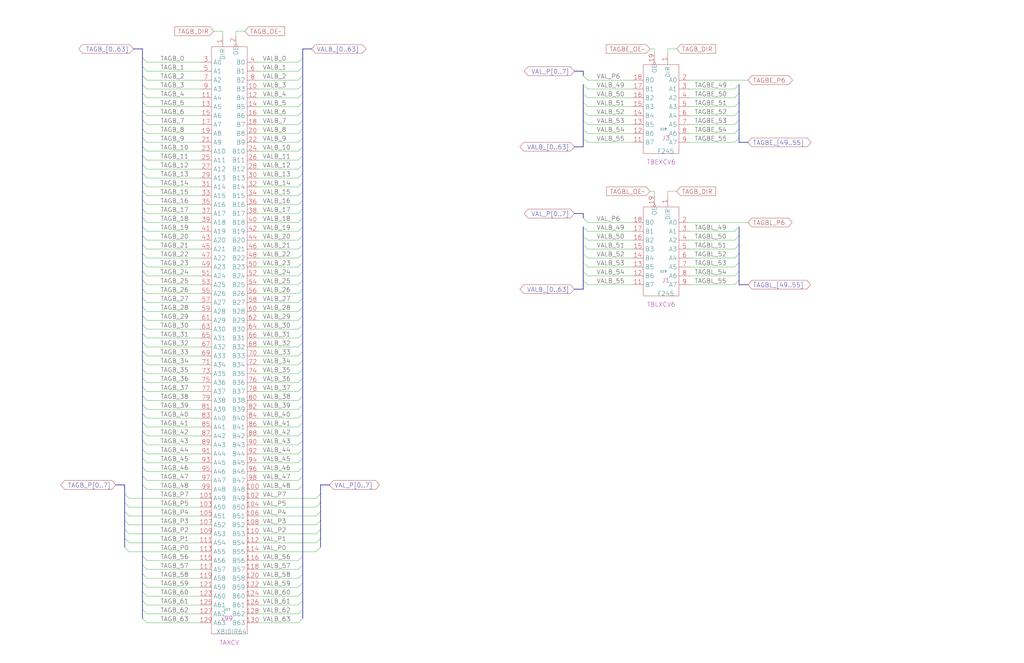
<source format=kicad_sch>
(kicad_sch (version 20230121) (generator eeschema)
  (paper "User" 584.2 378.46)
  (title_block (title "TAG B RAMS\\nTRANSCEIVERS") (date "08-MAR-90") (rev "0.0") (comment 1 "MEM32 BOARD") (comment 2 "232-003066") (comment 3 "S400") (comment 4 "RELEASED"))
  (bus_entry (at 172.72 256.54) (size -2.54 2.54))
  (bus_entry (at 332.74 78.74) (size 2.54 2.54))
  (bus_entry (at 182.88 302.26) (size -2.54 2.54))
  (bus_entry (at 81.28 83.82) (size 2.54 2.54))
  (bus_entry (at 81.28 149.86) (size 2.54 2.54))
  (bus_entry (at 332.74 43.18) (size 2.54 2.54))
  (bus_entry (at 421.64 134.62) (size -2.54 2.54))
  (bus_entry (at 81.28 236.22) (size 2.54 2.54))
  (bus_entry (at 81.28 160.02) (size 2.54 2.54))
  (bus_entry (at 172.72 226.06) (size -2.54 2.54))
  (bus_entry (at 172.72 231.14) (size -2.54 2.54))
  (bus_entry (at 172.72 154.94) (size -2.54 2.54))
  (bus_entry (at 172.72 251.46) (size -2.54 2.54))
  (bus_entry (at 421.64 53.34) (size -2.54 2.54))
  (bus_entry (at 172.72 104.14) (size -2.54 2.54))
  (bus_entry (at 421.64 73.66) (size -2.54 2.54))
  (bus_entry (at 81.28 226.06) (size 2.54 2.54))
  (bus_entry (at 81.28 261.62) (size 2.54 2.54))
  (bus_entry (at 172.72 266.7) (size -2.54 2.54))
  (bus_entry (at 81.28 104.14) (size 2.54 2.54))
  (bus_entry (at 332.74 129.54) (size 2.54 2.54))
  (bus_entry (at 172.72 271.78) (size -2.54 2.54))
  (bus_entry (at 172.72 261.62) (size -2.54 2.54))
  (bus_entry (at 172.72 327.66) (size -2.54 2.54))
  (bus_entry (at 172.72 220.98) (size -2.54 2.54))
  (bus_entry (at 172.72 170.18) (size -2.54 2.54))
  (bus_entry (at 172.72 33.02) (size -2.54 2.54))
  (bus_entry (at 172.72 114.3) (size -2.54 2.54))
  (bus_entry (at 172.72 119.38) (size -2.54 2.54))
  (bus_entry (at 81.28 185.42) (size 2.54 2.54))
  (bus_entry (at 182.88 292.1) (size -2.54 2.54))
  (bus_entry (at 172.72 332.74) (size -2.54 2.54))
  (bus_entry (at 172.72 78.74) (size -2.54 2.54))
  (bus_entry (at 81.28 215.9) (size 2.54 2.54))
  (bus_entry (at 81.28 251.46) (size 2.54 2.54))
  (bus_entry (at 71.12 312.42) (size 2.54 2.54))
  (bus_entry (at 182.88 297.18) (size -2.54 2.54))
  (bus_entry (at 81.28 246.38) (size 2.54 2.54))
  (bus_entry (at 172.72 149.86) (size -2.54 2.54))
  (bus_entry (at 71.12 297.18) (size 2.54 2.54))
  (bus_entry (at 172.72 58.42) (size -2.54 2.54))
  (bus_entry (at 81.28 134.62) (size 2.54 2.54))
  (bus_entry (at 81.28 353.06) (size 2.54 2.54))
  (bus_entry (at 172.72 337.82) (size -2.54 2.54))
  (bus_entry (at 182.88 312.42) (size -2.54 2.54))
  (bus_entry (at 172.72 53.34) (size -2.54 2.54))
  (bus_entry (at 172.72 144.78) (size -2.54 2.54))
  (bus_entry (at 81.28 119.38) (size 2.54 2.54))
  (bus_entry (at 81.28 347.98) (size 2.54 2.54))
  (bus_entry (at 421.64 154.94) (size -2.54 2.54))
  (bus_entry (at 332.74 63.5) (size 2.54 2.54))
  (bus_entry (at 81.28 276.86) (size 2.54 2.54))
  (bus_entry (at 81.28 129.54) (size 2.54 2.54))
  (bus_entry (at 81.28 124.46) (size 2.54 2.54))
  (bus_entry (at 81.28 144.78) (size 2.54 2.54))
  (bus_entry (at 81.28 337.82) (size 2.54 2.54))
  (bus_entry (at 332.74 149.86) (size 2.54 2.54))
  (bus_entry (at 172.72 276.86) (size -2.54 2.54))
  (bus_entry (at 332.74 144.78) (size 2.54 2.54))
  (bus_entry (at 81.28 114.3) (size 2.54 2.54))
  (bus_entry (at 172.72 68.58) (size -2.54 2.54))
  (bus_entry (at 172.72 139.7) (size -2.54 2.54))
  (bus_entry (at 71.12 292.1) (size 2.54 2.54))
  (bus_entry (at 172.72 134.62) (size -2.54 2.54))
  (bus_entry (at 172.72 342.9) (size -2.54 2.54))
  (bus_entry (at 172.72 190.5) (size -2.54 2.54))
  (bus_entry (at 81.28 271.78) (size 2.54 2.54))
  (bus_entry (at 71.12 287.02) (size 2.54 2.54))
  (bus_entry (at 81.28 175.26) (size 2.54 2.54))
  (bus_entry (at 172.72 185.42) (size -2.54 2.54))
  (bus_entry (at 332.74 58.42) (size 2.54 2.54))
  (bus_entry (at 421.64 78.74) (size -2.54 2.54))
  (bus_entry (at 81.28 200.66) (size 2.54 2.54))
  (bus_entry (at 182.88 281.94) (size -2.54 2.54))
  (bus_entry (at 421.64 160.02) (size -2.54 2.54))
  (bus_entry (at 172.72 246.38) (size -2.54 2.54))
  (bus_entry (at 421.64 139.7) (size -2.54 2.54))
  (bus_entry (at 81.28 322.58) (size 2.54 2.54))
  (bus_entry (at 172.72 160.02) (size -2.54 2.54))
  (bus_entry (at 81.28 38.1) (size 2.54 2.54))
  (bus_entry (at 182.88 287.02) (size -2.54 2.54))
  (bus_entry (at 71.12 281.94) (size 2.54 2.54))
  (bus_entry (at 421.64 58.42) (size -2.54 2.54))
  (bus_entry (at 421.64 48.26) (size -2.54 2.54))
  (bus_entry (at 81.28 220.98) (size 2.54 2.54))
  (bus_entry (at 172.72 63.5) (size -2.54 2.54))
  (bus_entry (at 81.28 93.98) (size 2.54 2.54))
  (bus_entry (at 81.28 205.74) (size 2.54 2.54))
  (bus_entry (at 81.28 109.22) (size 2.54 2.54))
  (bus_entry (at 81.28 68.58) (size 2.54 2.54))
  (bus_entry (at 172.72 205.74) (size -2.54 2.54))
  (bus_entry (at 81.28 327.66) (size 2.54 2.54))
  (bus_entry (at 172.72 124.46) (size -2.54 2.54))
  (bus_entry (at 81.28 43.18) (size 2.54 2.54))
  (bus_entry (at 81.28 190.5) (size 2.54 2.54))
  (bus_entry (at 81.28 99.06) (size 2.54 2.54))
  (bus_entry (at 81.28 342.9) (size 2.54 2.54))
  (bus_entry (at 172.72 99.06) (size -2.54 2.54))
  (bus_entry (at 172.72 210.82) (size -2.54 2.54))
  (bus_entry (at 172.72 175.26) (size -2.54 2.54))
  (bus_entry (at 172.72 165.1) (size -2.54 2.54))
  (bus_entry (at 81.28 180.34) (size 2.54 2.54))
  (bus_entry (at 71.12 302.26) (size 2.54 2.54))
  (bus_entry (at 172.72 241.3) (size -2.54 2.54))
  (bus_entry (at 81.28 165.1) (size 2.54 2.54))
  (bus_entry (at 421.64 149.86) (size -2.54 2.54))
  (bus_entry (at 81.28 241.3) (size 2.54 2.54))
  (bus_entry (at 81.28 231.14) (size 2.54 2.54))
  (bus_entry (at 421.64 144.78) (size -2.54 2.54))
  (bus_entry (at 81.28 73.66) (size 2.54 2.54))
  (bus_entry (at 421.64 129.54) (size -2.54 2.54))
  (bus_entry (at 332.74 160.02) (size 2.54 2.54))
  (bus_entry (at 172.72 180.34) (size -2.54 2.54))
  (bus_entry (at 172.72 215.9) (size -2.54 2.54))
  (bus_entry (at 81.28 195.58) (size 2.54 2.54))
  (bus_entry (at 81.28 332.74) (size 2.54 2.54))
  (bus_entry (at 81.28 154.94) (size 2.54 2.54))
  (bus_entry (at 81.28 88.9) (size 2.54 2.54))
  (bus_entry (at 81.28 266.7) (size 2.54 2.54))
  (bus_entry (at 81.28 58.42) (size 2.54 2.54))
  (bus_entry (at 332.74 73.66) (size 2.54 2.54))
  (bus_entry (at 172.72 353.06) (size -2.54 2.54))
  (bus_entry (at 81.28 139.7) (size 2.54 2.54))
  (bus_entry (at 172.72 322.58) (size -2.54 2.54))
  (bus_entry (at 81.28 53.34) (size 2.54 2.54))
  (bus_entry (at 421.64 63.5) (size -2.54 2.54))
  (bus_entry (at 172.72 317.5) (size -2.54 2.54))
  (bus_entry (at 81.28 170.18) (size 2.54 2.54))
  (bus_entry (at 172.72 347.98) (size -2.54 2.54))
  (bus_entry (at 332.74 154.94) (size 2.54 2.54))
  (bus_entry (at 172.72 43.18) (size -2.54 2.54))
  (bus_entry (at 172.72 83.82) (size -2.54 2.54))
  (bus_entry (at 81.28 63.5) (size 2.54 2.54))
  (bus_entry (at 172.72 48.26) (size -2.54 2.54))
  (bus_entry (at 81.28 48.26) (size 2.54 2.54))
  (bus_entry (at 172.72 88.9) (size -2.54 2.54))
  (bus_entry (at 81.28 33.02) (size 2.54 2.54))
  (bus_entry (at 332.74 139.7) (size 2.54 2.54))
  (bus_entry (at 332.74 48.26) (size 2.54 2.54))
  (bus_entry (at 172.72 129.54) (size -2.54 2.54))
  (bus_entry (at 172.72 73.66) (size -2.54 2.54))
  (bus_entry (at 81.28 78.74) (size 2.54 2.54))
  (bus_entry (at 172.72 38.1) (size -2.54 2.54))
  (bus_entry (at 332.74 68.58) (size 2.54 2.54))
  (bus_entry (at 172.72 200.66) (size -2.54 2.54))
  (bus_entry (at 332.74 124.46) (size 2.54 2.54))
  (bus_entry (at 182.88 307.34) (size -2.54 2.54))
  (bus_entry (at 81.28 210.82) (size 2.54 2.54))
  (bus_entry (at 71.12 307.34) (size 2.54 2.54))
  (bus_entry (at 172.72 93.98) (size -2.54 2.54))
  (bus_entry (at 332.74 53.34) (size 2.54 2.54))
  (bus_entry (at 81.28 317.5) (size 2.54 2.54))
  (bus_entry (at 172.72 109.22) (size -2.54 2.54))
  (bus_entry (at 332.74 134.62) (size 2.54 2.54))
  (bus_entry (at 81.28 256.54) (size 2.54 2.54))
  (bus_entry (at 172.72 195.58) (size -2.54 2.54))
  (bus_entry (at 172.72 236.22) (size -2.54 2.54))
  (bus_entry (at 421.64 68.58) (size -2.54 2.54))
  (wire (pts (xy 147.32 233.68) (xy 170.18 233.68)))
  (wire (pts (xy 147.32 182.88) (xy 170.18 182.88)))
  (wire (pts (xy 147.32 279.4) (xy 170.18 279.4)))
  (bus (pts (xy 332.74 139.7) (xy 332.74 144.78)))
  (bus (pts (xy 172.72 170.18) (xy 172.72 175.26)))
  (bus (pts (xy 172.72 139.7) (xy 172.72 144.78)))
  (wire (pts (xy 83.82 40.64) (xy 114.3 40.64)))
  (wire (pts (xy 83.82 162.56) (xy 114.3 162.56)))
  (bus (pts (xy 172.72 114.3) (xy 172.72 119.38)))
  (bus (pts (xy 172.72 73.66) (xy 172.72 78.74)))
  (bus (pts (xy 172.72 261.62) (xy 172.72 266.7)))
  (wire (pts (xy 393.7 147.32) (xy 419.1 147.32)))
  (wire (pts (xy 147.32 142.24) (xy 170.18 142.24)))
  (bus (pts (xy 71.12 287.02) (xy 71.12 281.94)))
  (bus (pts (xy 332.74 78.74) (xy 332.74 83.82)))
  (wire (pts (xy 335.28 76.2) (xy 360.68 76.2)))
  (wire (pts (xy 373.38 27.94) (xy 373.38 30.48)))
  (bus (pts (xy 172.72 33.02) (xy 172.72 38.1)))
  (wire (pts (xy 381 27.94) (xy 386.08 27.94)))
  (wire (pts (xy 147.32 35.56) (xy 170.18 35.56)))
  (wire (pts (xy 147.32 269.24) (xy 170.18 269.24)))
  (bus (pts (xy 332.74 129.54) (xy 332.74 134.62)))
  (bus (pts (xy 172.72 43.18) (xy 172.72 48.26)))
  (bus (pts (xy 71.12 281.94) (xy 71.12 276.86)))
  (wire (pts (xy 73.66 314.96) (xy 114.3 314.96)))
  (wire (pts (xy 147.32 106.68) (xy 170.18 106.68)))
  (wire (pts (xy 147.32 55.88) (xy 170.18 55.88)))
  (wire (pts (xy 147.32 66.04) (xy 170.18 66.04)))
  (wire (pts (xy 147.32 157.48) (xy 170.18 157.48)))
  (wire (pts (xy 335.28 162.56) (xy 360.68 162.56)))
  (wire (pts (xy 147.32 127) (xy 170.18 127)))
  (bus (pts (xy 182.88 276.86) (xy 187.96 276.86)))
  (wire (pts (xy 393.7 152.4) (xy 419.1 152.4)))
  (bus (pts (xy 172.72 93.98) (xy 172.72 99.06)))
  (bus (pts (xy 172.72 129.54) (xy 172.72 134.62)))
  (bus (pts (xy 172.72 154.94) (xy 172.72 160.02)))
  (bus (pts (xy 172.72 104.14) (xy 172.72 109.22)))
  (wire (pts (xy 83.82 111.76) (xy 114.3 111.76)))
  (bus (pts (xy 182.88 297.18) (xy 182.88 292.1)))
  (wire (pts (xy 147.32 294.64) (xy 180.34 294.64)))
  (wire (pts (xy 147.32 320.04) (xy 170.18 320.04)))
  (bus (pts (xy 172.72 68.58) (xy 172.72 73.66)))
  (bus (pts (xy 172.72 165.1) (xy 172.72 170.18)))
  (wire (pts (xy 83.82 218.44) (xy 114.3 218.44)))
  (bus (pts (xy 332.74 40.64) (xy 327.66 40.64)))
  (bus (pts (xy 71.12 312.42) (xy 71.12 307.34)))
  (wire (pts (xy 83.82 55.88) (xy 114.3 55.88)))
  (bus (pts (xy 421.64 58.42) (xy 421.64 63.5)))
  (wire (pts (xy 393.7 127) (xy 426.72 127)))
  (wire (pts (xy 147.32 137.16) (xy 170.18 137.16)))
  (wire (pts (xy 147.32 45.72) (xy 170.18 45.72)))
  (wire (pts (xy 83.82 213.36) (xy 114.3 213.36)))
  (bus (pts (xy 81.28 215.9) (xy 81.28 210.82)))
  (bus (pts (xy 81.28 337.82) (xy 81.28 332.74)))
  (wire (pts (xy 83.82 248.92) (xy 114.3 248.92)))
  (bus (pts (xy 172.72 160.02) (xy 172.72 165.1)))
  (wire (pts (xy 335.28 60.96) (xy 360.68 60.96)))
  (bus (pts (xy 81.28 68.58) (xy 81.28 63.5)))
  (bus (pts (xy 172.72 347.98) (xy 172.72 353.06)))
  (wire (pts (xy 73.66 299.72) (xy 114.3 299.72)))
  (bus (pts (xy 332.74 165.1) (xy 332.74 160.02)))
  (bus (pts (xy 182.88 302.26) (xy 182.88 297.18)))
  (bus (pts (xy 81.28 58.42) (xy 81.28 53.34)))
  (wire (pts (xy 83.82 269.24) (xy 114.3 269.24)))
  (bus (pts (xy 81.28 220.98) (xy 81.28 215.9)))
  (wire (pts (xy 147.32 76.2) (xy 170.18 76.2)))
  (wire (pts (xy 83.82 157.48) (xy 114.3 157.48)))
  (wire (pts (xy 147.32 172.72) (xy 170.18 172.72)))
  (wire (pts (xy 147.32 167.64) (xy 170.18 167.64)))
  (wire (pts (xy 370.84 109.22) (xy 373.38 109.22)))
  (wire (pts (xy 147.32 162.56) (xy 170.18 162.56)))
  (bus (pts (xy 81.28 261.62) (xy 81.28 256.54)))
  (bus (pts (xy 172.72 185.42) (xy 172.72 190.5)))
  (bus (pts (xy 172.72 27.94) (xy 177.8 27.94)))
  (wire (pts (xy 83.82 96.52) (xy 114.3 96.52)))
  (wire (pts (xy 335.28 50.8) (xy 360.68 50.8)))
  (bus (pts (xy 332.74 58.42) (xy 332.74 63.5)))
  (wire (pts (xy 147.32 96.52) (xy 170.18 96.52)))
  (bus (pts (xy 421.64 149.86) (xy 421.64 154.94)))
  (bus (pts (xy 421.64 129.54) (xy 421.64 134.62)))
  (bus (pts (xy 81.28 185.42) (xy 81.28 180.34)))
  (bus (pts (xy 81.28 83.82) (xy 81.28 78.74)))
  (wire (pts (xy 147.32 228.6) (xy 170.18 228.6)))
  (bus (pts (xy 172.72 256.54) (xy 172.72 261.62)))
  (bus (pts (xy 81.28 327.66) (xy 81.28 322.58)))
  (bus (pts (xy 81.28 251.46) (xy 81.28 246.38)))
  (bus (pts (xy 332.74 144.78) (xy 332.74 149.86)))
  (bus (pts (xy 421.64 68.58) (xy 421.64 73.66)))
  (wire (pts (xy 147.32 121.92) (xy 170.18 121.92)))
  (wire (pts (xy 83.82 167.64) (xy 114.3 167.64)))
  (bus (pts (xy 172.72 58.42) (xy 172.72 63.5)))
  (wire (pts (xy 335.28 142.24) (xy 360.68 142.24)))
  (bus (pts (xy 172.72 88.9) (xy 172.72 93.98)))
  (bus (pts (xy 71.12 307.34) (xy 71.12 302.26)))
  (wire (pts (xy 83.82 50.8) (xy 114.3 50.8)))
  (bus (pts (xy 172.72 78.74) (xy 172.72 83.82)))
  (wire (pts (xy 373.38 109.22) (xy 373.38 111.76)))
  (bus (pts (xy 421.64 134.62) (xy 421.64 139.7)))
  (bus (pts (xy 81.28 124.46) (xy 81.28 119.38)))
  (bus (pts (xy 182.88 281.94) (xy 182.88 276.86)))
  (bus (pts (xy 81.28 48.26) (xy 81.28 43.18)))
  (wire (pts (xy 147.32 50.8) (xy 170.18 50.8)))
  (wire (pts (xy 83.82 233.68) (xy 114.3 233.68)))
  (wire (pts (xy 73.66 289.56) (xy 114.3 289.56)))
  (wire (pts (xy 83.82 335.28) (xy 114.3 335.28)))
  (bus (pts (xy 81.28 114.3) (xy 81.28 109.22)))
  (wire (pts (xy 393.7 66.04) (xy 419.1 66.04)))
  (bus (pts (xy 172.72 332.74) (xy 172.72 337.82)))
  (bus (pts (xy 182.88 292.1) (xy 182.88 287.02)))
  (bus (pts (xy 81.28 139.7) (xy 81.28 134.62)))
  (wire (pts (xy 83.82 279.4) (xy 114.3 279.4)))
  (wire (pts (xy 83.82 127) (xy 114.3 127)))
  (bus (pts (xy 172.72 327.66) (xy 172.72 332.74)))
  (bus (pts (xy 81.28 99.06) (xy 81.28 93.98)))
  (wire (pts (xy 83.82 106.68) (xy 114.3 106.68)))
  (wire (pts (xy 147.32 177.8) (xy 170.18 177.8)))
  (wire (pts (xy 83.82 198.12) (xy 114.3 198.12)))
  (bus (pts (xy 332.74 43.18) (xy 332.74 40.64)))
  (wire (pts (xy 83.82 203.2) (xy 114.3 203.2)))
  (wire (pts (xy 83.82 228.6) (xy 114.3 228.6)))
  (wire (pts (xy 147.32 330.2) (xy 170.18 330.2)))
  (wire (pts (xy 127 17.78) (xy 127 20.32)))
  (bus (pts (xy 81.28 342.9) (xy 81.28 337.82)))
  (wire (pts (xy 147.32 203.2) (xy 170.18 203.2)))
  (bus (pts (xy 421.64 48.26) (xy 421.64 53.34)))
  (bus (pts (xy 421.64 160.02) (xy 421.64 162.56)))
  (wire (pts (xy 147.32 86.36) (xy 170.18 86.36)))
  (wire (pts (xy 83.82 91.44) (xy 114.3 91.44)))
  (bus (pts (xy 81.28 93.98) (xy 81.28 88.9)))
  (bus (pts (xy 81.28 129.54) (xy 81.28 124.46)))
  (bus (pts (xy 332.74 48.26) (xy 332.74 53.34)))
  (wire (pts (xy 335.28 152.4) (xy 360.68 152.4)))
  (wire (pts (xy 83.82 60.96) (xy 114.3 60.96)))
  (wire (pts (xy 393.7 50.8) (xy 419.1 50.8)))
  (wire (pts (xy 139.7 17.78) (xy 134.62 17.78)))
  (bus (pts (xy 332.74 121.92) (xy 327.66 121.92)))
  (wire (pts (xy 83.82 116.84) (xy 114.3 116.84)))
  (bus (pts (xy 172.72 266.7) (xy 172.72 271.78)))
  (wire (pts (xy 147.32 116.84) (xy 170.18 116.84)))
  (bus (pts (xy 81.28 205.74) (xy 81.28 200.66)))
  (bus (pts (xy 172.72 271.78) (xy 172.72 276.86)))
  (wire (pts (xy 381 109.22) (xy 381 111.76)))
  (bus (pts (xy 81.28 78.74) (xy 81.28 73.66)))
  (bus (pts (xy 172.72 276.86) (xy 172.72 317.5)))
  (wire (pts (xy 147.32 132.08) (xy 170.18 132.08)))
  (wire (pts (xy 73.66 304.8) (xy 114.3 304.8)))
  (bus (pts (xy 71.12 276.86) (xy 66.04 276.86)))
  (wire (pts (xy 147.32 350.52) (xy 170.18 350.52)))
  (wire (pts (xy 393.7 71.12) (xy 419.1 71.12)))
  (wire (pts (xy 147.32 314.96) (xy 180.34 314.96)))
  (wire (pts (xy 83.82 137.16) (xy 114.3 137.16)))
  (wire (pts (xy 147.32 340.36) (xy 170.18 340.36)))
  (wire (pts (xy 370.84 27.94) (xy 373.38 27.94)))
  (bus (pts (xy 421.64 78.74) (xy 421.64 81.28)))
  (bus (pts (xy 172.72 38.1) (xy 172.72 43.18)))
  (bus (pts (xy 81.28 165.1) (xy 81.28 160.02)))
  (bus (pts (xy 172.72 149.86) (xy 172.72 154.94)))
  (bus (pts (xy 421.64 73.66) (xy 421.64 78.74)))
  (bus (pts (xy 332.74 73.66) (xy 332.74 78.74)))
  (bus (pts (xy 81.28 144.78) (xy 81.28 139.7)))
  (bus (pts (xy 81.28 317.5) (xy 81.28 276.86)))
  (bus (pts (xy 76.2 27.94) (xy 81.28 27.94)))
  (wire (pts (xy 393.7 162.56) (xy 419.1 162.56)))
  (wire (pts (xy 147.32 309.88) (xy 180.34 309.88)))
  (wire (pts (xy 393.7 81.28) (xy 419.1 81.28)))
  (bus (pts (xy 81.28 231.14) (xy 81.28 226.06)))
  (wire (pts (xy 83.82 142.24) (xy 114.3 142.24)))
  (wire (pts (xy 147.32 91.44) (xy 170.18 91.44)))
  (bus (pts (xy 81.28 200.66) (xy 81.28 195.58)))
  (wire (pts (xy 83.82 243.84) (xy 114.3 243.84)))
  (bus (pts (xy 332.74 124.46) (xy 332.74 121.92)))
  (bus (pts (xy 81.28 88.9) (xy 81.28 83.82)))
  (wire (pts (xy 83.82 264.16) (xy 114.3 264.16)))
  (wire (pts (xy 147.32 238.76) (xy 170.18 238.76)))
  (wire (pts (xy 147.32 243.84) (xy 170.18 243.84)))
  (bus (pts (xy 421.64 154.94) (xy 421.64 160.02)))
  (bus (pts (xy 182.88 287.02) (xy 182.88 281.94)))
  (wire (pts (xy 147.32 101.6) (xy 170.18 101.6)))
  (bus (pts (xy 172.72 322.58) (xy 172.72 327.66)))
  (bus (pts (xy 71.12 297.18) (xy 71.12 292.1)))
  (bus (pts (xy 172.72 53.34) (xy 172.72 58.42)))
  (wire (pts (xy 73.66 284.48) (xy 114.3 284.48)))
  (wire (pts (xy 83.82 76.2) (xy 114.3 76.2)))
  (bus (pts (xy 81.28 170.18) (xy 81.28 165.1)))
  (bus (pts (xy 172.72 205.74) (xy 172.72 210.82)))
  (bus (pts (xy 172.72 99.06) (xy 172.72 104.14)))
  (bus (pts (xy 172.72 48.26) (xy 172.72 53.34)))
  (bus (pts (xy 172.72 246.38) (xy 172.72 251.46)))
  (bus (pts (xy 81.28 63.5) (xy 81.28 58.42)))
  (bus (pts (xy 172.72 210.82) (xy 172.72 215.9)))
  (wire (pts (xy 147.32 147.32) (xy 170.18 147.32)))
  (wire (pts (xy 335.28 147.32) (xy 360.68 147.32)))
  (wire (pts (xy 147.32 304.8) (xy 180.34 304.8)))
  (wire (pts (xy 134.62 17.78) (xy 134.62 20.32)))
  (wire (pts (xy 147.32 264.16) (xy 170.18 264.16)))
  (wire (pts (xy 83.82 259.08) (xy 114.3 259.08)))
  (wire (pts (xy 147.32 299.72) (xy 180.34 299.72)))
  (wire (pts (xy 335.28 55.88) (xy 360.68 55.88)))
  (wire (pts (xy 147.32 259.08) (xy 170.18 259.08)))
  (wire (pts (xy 393.7 60.96) (xy 419.1 60.96)))
  (bus (pts (xy 81.28 154.94) (xy 81.28 149.86)))
  (bus (pts (xy 172.72 124.46) (xy 172.72 129.54)))
  (wire (pts (xy 83.82 101.6) (xy 114.3 101.6)))
  (bus (pts (xy 327.66 165.1) (xy 332.74 165.1)))
  (wire (pts (xy 393.7 157.48) (xy 419.1 157.48)))
  (wire (pts (xy 147.32 187.96) (xy 170.18 187.96)))
  (bus (pts (xy 172.72 231.14) (xy 172.72 236.22)))
  (bus (pts (xy 421.64 162.56) (xy 426.72 162.56)))
  (wire (pts (xy 83.82 187.96) (xy 114.3 187.96)))
  (bus (pts (xy 421.64 139.7) (xy 421.64 144.78)))
  (wire (pts (xy 83.82 350.52) (xy 114.3 350.52)))
  (bus (pts (xy 81.28 104.14) (xy 81.28 99.06)))
  (wire (pts (xy 83.82 345.44) (xy 114.3 345.44)))
  (bus (pts (xy 172.72 109.22) (xy 172.72 114.3)))
  (wire (pts (xy 83.82 340.36) (xy 114.3 340.36)))
  (wire (pts (xy 83.82 238.76) (xy 114.3 238.76)))
  (wire (pts (xy 335.28 137.16) (xy 360.68 137.16)))
  (wire (pts (xy 83.82 193.04) (xy 114.3 193.04)))
  (wire (pts (xy 83.82 172.72) (xy 114.3 172.72)))
  (bus (pts (xy 81.28 190.5) (xy 81.28 185.42)))
  (wire (pts (xy 83.82 320.04) (xy 114.3 320.04)))
  (bus (pts (xy 81.28 180.34) (xy 81.28 175.26)))
  (wire (pts (xy 83.82 254) (xy 114.3 254)))
  (bus (pts (xy 81.28 347.98) (xy 81.28 342.9)))
  (wire (pts (xy 393.7 142.24) (xy 419.1 142.24)))
  (wire (pts (xy 147.32 248.92) (xy 170.18 248.92)))
  (bus (pts (xy 71.12 292.1) (xy 71.12 287.02)))
  (wire (pts (xy 147.32 40.64) (xy 170.18 40.64)))
  (bus (pts (xy 172.72 215.9) (xy 172.72 220.98)))
  (wire (pts (xy 147.32 60.96) (xy 170.18 60.96)))
  (bus (pts (xy 421.64 53.34) (xy 421.64 58.42)))
  (wire (pts (xy 393.7 76.2) (xy 419.1 76.2)))
  (bus (pts (xy 81.28 276.86) (xy 81.28 271.78)))
  (wire (pts (xy 83.82 208.28) (xy 114.3 208.28)))
  (wire (pts (xy 335.28 71.12) (xy 360.68 71.12)))
  (bus (pts (xy 81.28 266.7) (xy 81.28 261.62)))
  (bus (pts (xy 172.72 342.9) (xy 172.72 347.98)))
  (wire (pts (xy 83.82 66.04) (xy 114.3 66.04)))
  (wire (pts (xy 335.28 157.48) (xy 360.68 157.48)))
  (bus (pts (xy 172.72 83.82) (xy 172.72 88.9)))
  (wire (pts (xy 83.82 81.28) (xy 114.3 81.28)))
  (wire (pts (xy 393.7 137.16) (xy 419.1 137.16)))
  (wire (pts (xy 147.32 198.12) (xy 170.18 198.12)))
  (bus (pts (xy 81.28 246.38) (xy 81.28 241.3)))
  (wire (pts (xy 73.66 294.64) (xy 114.3 294.64)))
  (wire (pts (xy 147.32 254) (xy 170.18 254)))
  (wire (pts (xy 83.82 147.32) (xy 114.3 147.32)))
  (bus (pts (xy 172.72 220.98) (xy 172.72 226.06)))
  (bus (pts (xy 172.72 251.46) (xy 172.72 256.54)))
  (wire (pts (xy 147.32 152.4) (xy 170.18 152.4)))
  (bus (pts (xy 332.74 68.58) (xy 332.74 73.66)))
  (wire (pts (xy 147.32 213.36) (xy 170.18 213.36)))
  (wire (pts (xy 335.28 81.28) (xy 360.68 81.28)))
  (wire (pts (xy 83.82 152.4) (xy 114.3 152.4)))
  (bus (pts (xy 81.28 119.38) (xy 81.28 114.3)))
  (bus (pts (xy 81.28 236.22) (xy 81.28 231.14)))
  (wire (pts (xy 83.82 325.12) (xy 114.3 325.12)))
  (wire (pts (xy 381 109.22) (xy 386.08 109.22)))
  (wire (pts (xy 393.7 45.72) (xy 426.72 45.72)))
  (bus (pts (xy 81.28 175.26) (xy 81.28 170.18)))
  (bus (pts (xy 172.72 226.06) (xy 172.72 231.14)))
  (bus (pts (xy 81.28 226.06) (xy 81.28 220.98)))
  (bus (pts (xy 81.28 149.86) (xy 81.28 144.78)))
  (bus (pts (xy 332.74 134.62) (xy 332.74 139.7)))
  (wire (pts (xy 147.32 345.44) (xy 170.18 345.44)))
  (wire (pts (xy 83.82 182.88) (xy 114.3 182.88)))
  (wire (pts (xy 335.28 132.08) (xy 360.68 132.08)))
  (bus (pts (xy 81.28 73.66) (xy 81.28 68.58)))
  (bus (pts (xy 172.72 134.62) (xy 172.72 139.7)))
  (bus (pts (xy 172.72 190.5) (xy 172.72 195.58)))
  (wire (pts (xy 147.32 71.12) (xy 170.18 71.12)))
  (wire (pts (xy 147.32 335.28) (xy 170.18 335.28)))
  (bus (pts (xy 81.28 43.18) (xy 81.28 38.1)))
  (wire (pts (xy 147.32 193.04) (xy 170.18 193.04)))
  (wire (pts (xy 83.82 355.6) (xy 114.3 355.6)))
  (bus (pts (xy 182.88 312.42) (xy 182.88 307.34)))
  (bus (pts (xy 421.64 144.78) (xy 421.64 149.86)))
  (wire (pts (xy 335.28 66.04) (xy 360.68 66.04)))
  (bus (pts (xy 71.12 302.26) (xy 71.12 297.18)))
  (wire (pts (xy 83.82 177.8) (xy 114.3 177.8)))
  (bus (pts (xy 81.28 332.74) (xy 81.28 327.66)))
  (bus (pts (xy 81.28 271.78) (xy 81.28 266.7)))
  (bus (pts (xy 182.88 307.34) (xy 182.88 302.26)))
  (wire (pts (xy 73.66 309.88) (xy 114.3 309.88)))
  (wire (pts (xy 147.32 325.12) (xy 170.18 325.12)))
  (bus (pts (xy 332.74 63.5) (xy 332.74 68.58)))
  (bus (pts (xy 172.72 241.3) (xy 172.72 246.38)))
  (bus (pts (xy 327.66 83.82) (xy 332.74 83.82)))
  (wire (pts (xy 335.28 127) (xy 360.68 127)))
  (bus (pts (xy 172.72 180.34) (xy 172.72 185.42)))
  (wire (pts (xy 83.82 35.56) (xy 114.3 35.56)))
  (wire (pts (xy 147.32 81.28) (xy 170.18 81.28)))
  (bus (pts (xy 421.64 81.28) (xy 426.72 81.28)))
  (bus (pts (xy 81.28 53.34) (xy 81.28 48.26)))
  (bus (pts (xy 81.28 134.62) (xy 81.28 129.54)))
  (bus (pts (xy 81.28 38.1) (xy 81.28 33.02)))
  (bus (pts (xy 81.28 210.82) (xy 81.28 205.74)))
  (bus (pts (xy 332.74 149.86) (xy 332.74 154.94)))
  (bus (pts (xy 172.72 63.5) (xy 172.72 68.58)))
  (bus (pts (xy 81.28 27.94) (xy 81.28 33.02)))
  (bus (pts (xy 172.72 236.22) (xy 172.72 241.3)))
  (wire (pts (xy 147.32 274.32) (xy 170.18 274.32)))
  (wire (pts (xy 147.32 208.28) (xy 170.18 208.28)))
  (wire (pts (xy 83.82 121.92) (xy 114.3 121.92)))
  (wire (pts (xy 83.82 86.36) (xy 114.3 86.36)))
  (wire (pts (xy 83.82 330.2) (xy 114.3 330.2)))
  (bus (pts (xy 332.74 53.34) (xy 332.74 58.42)))
  (wire (pts (xy 83.82 45.72) (xy 114.3 45.72)))
  (wire (pts (xy 83.82 132.08) (xy 114.3 132.08)))
  (wire (pts (xy 83.82 223.52) (xy 114.3 223.52)))
  (wire (pts (xy 335.28 45.72) (xy 360.68 45.72)))
  (bus (pts (xy 81.28 256.54) (xy 81.28 251.46)))
  (bus (pts (xy 81.28 195.58) (xy 81.28 190.5)))
  (wire (pts (xy 147.32 223.52) (xy 170.18 223.52)))
  (bus (pts (xy 172.72 175.26) (xy 172.72 180.34)))
  (wire (pts (xy 147.32 111.76) (xy 170.18 111.76)))
  (wire (pts (xy 381 27.94) (xy 381 30.48)))
  (wire (pts (xy 393.7 132.08) (xy 419.1 132.08)))
  (bus (pts (xy 81.28 160.02) (xy 81.28 154.94)))
  (bus (pts (xy 172.72 144.78) (xy 172.72 149.86)))
  (bus (pts (xy 172.72 119.38) (xy 172.72 124.46)))
  (bus (pts (xy 332.74 154.94) (xy 332.74 160.02)))
  (wire (pts (xy 147.32 355.6) (xy 170.18 355.6)))
  (wire (pts (xy 147.32 289.56) (xy 180.34 289.56)))
  (bus (pts (xy 172.72 337.82) (xy 172.72 342.9)))
  (bus (pts (xy 81.28 109.22) (xy 81.28 104.14)))
  (wire (pts (xy 147.32 284.48) (xy 180.34 284.48)))
  (wire (pts (xy 121.92 17.78) (xy 127 17.78)))
  (wire (pts (xy 147.32 218.44) (xy 170.18 218.44)))
  (bus (pts (xy 81.28 322.58) (xy 81.28 317.5)))
  (wire (pts (xy 393.7 55.88) (xy 419.1 55.88)))
  (bus (pts (xy 81.28 241.3) (xy 81.28 236.22)))
  (bus (pts (xy 172.72 200.66) (xy 172.72 205.74)))
  (bus (pts (xy 172.72 317.5) (xy 172.72 322.58)))
  (bus (pts (xy 421.64 63.5) (xy 421.64 68.58)))
  (bus (pts (xy 81.28 353.06) (xy 81.28 347.98)))
  (bus (pts (xy 172.72 27.94) (xy 172.72 33.02)))
  (wire (pts (xy 83.82 71.12) (xy 114.3 71.12)))
  (bus (pts (xy 172.72 195.58) (xy 172.72 200.66)))
  (wire (pts (xy 83.82 274.32) (xy 114.3 274.32)))
  (label "TAGBE_53" (at 396.24 71.12 0) (effects (font (size 2.54 2.54))))
  (label "VALB_18" (at 149.86 127 0) (effects (font (size 2.54 2.54))))
  (label "TAGB_9" (at 91.44 81.28 0) (effects (font (size 2.54 2.54))))
  (label "TAGB_P1" (at 91.44 309.88 0) (effects (font (size 2.54 2.54))))
  (label "VALB_63" (at 149.86 355.6 0) (effects (font (size 2.54 2.54))))
  (label "TAGB_P4" (at 91.44 294.64 0) (effects (font (size 2.54 2.54))))
  (label "TAGB_27" (at 91.44 172.72 0) (effects (font (size 2.54 2.54))))
  (label "VALB_37" (at 149.86 223.52 0) (effects (font (size 2.54 2.54))))
  (label "VALB_60" (at 149.86 340.36 0) (effects (font (size 2.54 2.54))))
  (label "VALB_26" (at 149.86 167.64 0) (effects (font (size 2.54 2.54))))
  (label "VALB_49" (at 340.36 50.8 0) (effects (font (size 2.54 2.54))))
  (label "VALB_54" (at 340.36 157.48 0) (effects (font (size 2.54 2.54))))
  (label "VALB_54" (at 340.36 76.2 0) (effects (font (size 2.54 2.54))))
  (label "TAGB_47" (at 91.44 274.32 0) (effects (font (size 2.54 2.54))))
  (label "VAL_P7" (at 149.86 284.48 0) (effects (font (size 2.54 2.54))))
  (label "VAL_P6" (at 340.36 45.72 0) (effects (font (size 2.54 2.54))))
  (label "TAGB_1" (at 91.44 40.64 0) (effects (font (size 2.54 2.54))))
  (label "VALB_36" (at 149.86 218.44 0) (effects (font (size 2.54 2.54))))
  (label "VALB_48" (at 149.86 279.4 0) (effects (font (size 2.54 2.54))))
  (label "VALB_25" (at 149.86 162.56 0) (effects (font (size 2.54 2.54))))
  (label "TAGB_15" (at 91.44 111.76 0) (effects (font (size 2.54 2.54))))
  (label "VALB_42" (at 149.86 248.92 0) (effects (font (size 2.54 2.54))))
  (label "VALB_51" (at 340.36 142.24 0) (effects (font (size 2.54 2.54))))
  (label "VALB_14" (at 149.86 106.68 0) (effects (font (size 2.54 2.54))))
  (label "TAGB_0" (at 91.44 35.56 0) (effects (font (size 2.54 2.54))))
  (label "TAGB_40" (at 91.44 238.76 0) (effects (font (size 2.54 2.54))))
  (label "VALB_50" (at 340.36 137.16 0) (effects (font (size 2.54 2.54))))
  (label "TAGBE_54" (at 396.24 76.2 0) (effects (font (size 2.54 2.54))))
  (label "VALB_62" (at 149.86 350.52 0) (effects (font (size 2.54 2.54))))
  (label "TAGB_31" (at 91.44 193.04 0) (effects (font (size 2.54 2.54))))
  (label "TAGB_58" (at 91.44 330.2 0) (effects (font (size 2.54 2.54))))
  (label "VALB_43" (at 149.86 254 0) (effects (font (size 2.54 2.54))))
  (label "VALB_3" (at 149.86 50.8 0) (effects (font (size 2.54 2.54))))
  (label "TAGB_46" (at 91.44 269.24 0) (effects (font (size 2.54 2.54))))
  (label "VALB_11" (at 149.86 91.44 0) (effects (font (size 2.54 2.54))))
  (label "TAGBE_51" (at 396.24 60.96 0) (effects (font (size 2.54 2.54))))
  (label "TAGBL_53" (at 396.24 152.4 0) (effects (font (size 2.54 2.54))))
  (label "VALB_52" (at 340.36 147.32 0) (effects (font (size 2.54 2.54))))
  (label "TAGB_P2" (at 91.44 304.8 0) (effects (font (size 2.54 2.54))))
  (label "VALB_0" (at 149.86 35.56 0) (effects (font (size 2.54 2.54))))
  (label "TAGB_35" (at 91.44 213.36 0) (effects (font (size 2.54 2.54))))
  (label "TAGB_7" (at 91.44 71.12 0) (effects (font (size 2.54 2.54))))
  (label "TAGB_16" (at 91.44 116.84 0) (effects (font (size 2.54 2.54))))
  (label "TAGB_32" (at 91.44 198.12 0) (effects (font (size 2.54 2.54))))
  (label "VALB_34" (at 149.86 208.28 0) (effects (font (size 2.54 2.54))))
  (label "TAGB_62" (at 91.44 350.52 0) (effects (font (size 2.54 2.54))))
  (label "TAGB_23" (at 91.44 152.4 0) (effects (font (size 2.54 2.54))))
  (label "VALB_32" (at 149.86 198.12 0) (effects (font (size 2.54 2.54))))
  (label "TAGB_8" (at 91.44 76.2 0) (effects (font (size 2.54 2.54))))
  (label "TAGB_48" (at 91.44 279.4 0) (effects (font (size 2.54 2.54))))
  (label "VALB_1" (at 149.86 40.64 0) (effects (font (size 2.54 2.54))))
  (label "VALB_41" (at 149.86 243.84 0) (effects (font (size 2.54 2.54))))
  (label "TAGB_37" (at 91.44 223.52 0) (effects (font (size 2.54 2.54))))
  (label "VALB_59" (at 149.86 335.28 0) (effects (font (size 2.54 2.54))))
  (label "TAGBL_50" (at 396.24 137.16 0) (effects (font (size 2.54 2.54))))
  (label "TAGB_3" (at 91.44 50.8 0) (effects (font (size 2.54 2.54))))
  (label "TAGB_20" (at 91.44 137.16 0) (effects (font (size 2.54 2.54))))
  (label "TAGB_P5" (at 91.44 289.56 0) (effects (font (size 2.54 2.54))))
  (label "VAL_P2" (at 149.86 304.8 0) (effects (font (size 2.54 2.54))))
  (label "VALB_5" (at 149.86 60.96 0) (effects (font (size 2.54 2.54))))
  (label "VALB_45" (at 149.86 264.16 0) (effects (font (size 2.54 2.54))))
  (label "VALB_28" (at 149.86 177.8 0) (effects (font (size 2.54 2.54))))
  (label "TAGB_30" (at 91.44 187.96 0) (effects (font (size 2.54 2.54))))
  (label "TAGBE_49" (at 396.24 50.8 0) (effects (font (size 2.54 2.54))))
  (label "VALB_39" (at 149.86 233.68 0) (effects (font (size 2.54 2.54))))
  (label "VALB_53" (at 340.36 152.4 0) (effects (font (size 2.54 2.54))))
  (label "TAGB_P0" (at 91.44 314.96 0) (effects (font (size 2.54 2.54))))
  (label "TAGBE_55" (at 396.24 81.28 0) (effects (font (size 2.54 2.54))))
  (label "VALB_4" (at 149.86 55.88 0) (effects (font (size 2.54 2.54))))
  (label "TAGB_33" (at 91.44 203.2 0) (effects (font (size 2.54 2.54))))
  (label "TAGB_24" (at 91.44 157.48 0) (effects (font (size 2.54 2.54))))
  (label "VALB_10" (at 149.86 86.36 0) (effects (font (size 2.54 2.54))))
  (label "TAGB_5" (at 91.44 60.96 0) (effects (font (size 2.54 2.54))))
  (label "TAGB_4" (at 91.44 55.88 0) (effects (font (size 2.54 2.54))))
  (label "VAL_P1" (at 149.86 309.88 0) (effects (font (size 2.54 2.54))))
  (label "VAL_P5" (at 149.86 289.56 0) (effects (font (size 2.54 2.54))))
  (label "TAGB_12" (at 91.44 96.52 0) (effects (font (size 2.54 2.54))))
  (label "TAGB_61" (at 91.44 345.44 0) (effects (font (size 2.54 2.54))))
  (label "VALB_40" (at 149.86 238.76 0) (effects (font (size 2.54 2.54))))
  (label "TAGB_60" (at 91.44 340.36 0) (effects (font (size 2.54 2.54))))
  (label "TAGB_45" (at 91.44 264.16 0) (effects (font (size 2.54 2.54))))
  (label "TAGB_41" (at 91.44 243.84 0) (effects (font (size 2.54 2.54))))
  (label "TAGB_43" (at 91.44 254 0) (effects (font (size 2.54 2.54))))
  (label "TAGB_38" (at 91.44 228.6 0) (effects (font (size 2.54 2.54))))
  (label "TAGB_6" (at 91.44 66.04 0) (effects (font (size 2.54 2.54))))
  (label "VALB_55" (at 340.36 162.56 0) (effects (font (size 2.54 2.54))))
  (label "VAL_P6" (at 340.36 127 0) (effects (font (size 2.54 2.54))))
  (label "TAGBE_52" (at 396.24 66.04 0) (effects (font (size 2.54 2.54))))
  (label "VALB_29" (at 149.86 182.88 0) (effects (font (size 2.54 2.54))))
  (label "VALB_21" (at 149.86 142.24 0) (effects (font (size 2.54 2.54))))
  (label "VALB_51" (at 340.36 60.96 0) (effects (font (size 2.54 2.54))))
  (label "VALB_38" (at 149.86 228.6 0) (effects (font (size 2.54 2.54))))
  (label "TAGB_13" (at 91.44 101.6 0) (effects (font (size 2.54 2.54))))
  (label "VALB_6" (at 149.86 66.04 0) (effects (font (size 2.54 2.54))))
  (label "TAGB_19" (at 91.44 132.08 0) (effects (font (size 2.54 2.54))))
  (label "TAGB_21" (at 91.44 142.24 0) (effects (font (size 2.54 2.54))))
  (label "VALB_7" (at 149.86 71.12 0) (effects (font (size 2.54 2.54))))
  (label "VALB_19" (at 149.86 132.08 0) (effects (font (size 2.54 2.54))))
  (label "VALB_46" (at 149.86 269.24 0) (effects (font (size 2.54 2.54))))
  (label "TAGB_10" (at 91.44 86.36 0) (effects (font (size 2.54 2.54))))
  (label "TAGB_36" (at 91.44 218.44 0) (effects (font (size 2.54 2.54))))
  (label "VALB_16" (at 149.86 116.84 0) (effects (font (size 2.54 2.54))))
  (label "VALB_20" (at 149.86 137.16 0) (effects (font (size 2.54 2.54))))
  (label "VALB_35" (at 149.86 213.36 0) (effects (font (size 2.54 2.54))))
  (label "VALB_55" (at 340.36 81.28 0) (effects (font (size 2.54 2.54))))
  (label "VAL_P4" (at 149.86 294.64 0) (effects (font (size 2.54 2.54))))
  (label "TAGB_P3" (at 91.44 299.72 0) (effects (font (size 2.54 2.54))))
  (label "TAGB_39" (at 91.44 233.68 0) (effects (font (size 2.54 2.54))))
  (label "TAGB_2" (at 91.44 45.72 0) (effects (font (size 2.54 2.54))))
  (label "TAGB_17" (at 91.44 121.92 0) (effects (font (size 2.54 2.54))))
  (label "VALB_9" (at 149.86 81.28 0) (effects (font (size 2.54 2.54))))
  (label "VALB_57" (at 149.86 325.12 0) (effects (font (size 2.54 2.54))))
  (label "TAGB_57" (at 91.44 325.12 0) (effects (font (size 2.54 2.54))))
  (label "VALB_53" (at 340.36 71.12 0) (effects (font (size 2.54 2.54))))
  (label "TAGB_63" (at 91.44 355.6 0) (effects (font (size 2.54 2.54))))
  (label "TAGBE_50" (at 396.24 55.88 0) (effects (font (size 2.54 2.54))))
  (label "TAGBL_51" (at 396.24 142.24 0) (effects (font (size 2.54 2.54))))
  (label "TAGB_25" (at 91.44 162.56 0) (effects (font (size 2.54 2.54))))
  (label "VALB_49" (at 340.36 132.08 0) (effects (font (size 2.54 2.54))))
  (label "TAGB_34" (at 91.44 208.28 0) (effects (font (size 2.54 2.54))))
  (label "VALB_50" (at 340.36 55.88 0) (effects (font (size 2.54 2.54))))
  (label "TAGBL_52" (at 396.24 147.32 0) (effects (font (size 2.54 2.54))))
  (label "VALB_30" (at 149.86 187.96 0) (effects (font (size 2.54 2.54))))
  (label "VALB_52" (at 340.36 66.04 0) (effects (font (size 2.54 2.54))))
  (label "VALB_13" (at 149.86 101.6 0) (effects (font (size 2.54 2.54))))
  (label "VALB_12" (at 149.86 96.52 0) (effects (font (size 2.54 2.54))))
  (label "VALB_44" (at 149.86 259.08 0) (effects (font (size 2.54 2.54))))
  (label "VALB_61" (at 149.86 345.44 0) (effects (font (size 2.54 2.54))))
  (label "VALB_27" (at 149.86 172.72 0) (effects (font (size 2.54 2.54))))
  (label "TAGB_22" (at 91.44 147.32 0) (effects (font (size 2.54 2.54))))
  (label "VALB_58" (at 149.86 330.2 0) (effects (font (size 2.54 2.54))))
  (label "VALB_47" (at 149.86 274.32 0) (effects (font (size 2.54 2.54))))
  (label "TAGB_26" (at 91.44 167.64 0) (effects (font (size 2.54 2.54))))
  (label "TAGB_42" (at 91.44 248.92 0) (effects (font (size 2.54 2.54))))
  (label "VALB_33" (at 149.86 203.2 0) (effects (font (size 2.54 2.54))))
  (label "TAGBL_55" (at 396.24 162.56 0) (effects (font (size 2.54 2.54))))
  (label "VALB_56" (at 149.86 320.04 0) (effects (font (size 2.54 2.54))))
  (label "TAGBL_54" (at 396.24 157.48 0) (effects (font (size 2.54 2.54))))
  (label "VALB_23" (at 149.86 152.4 0) (effects (font (size 2.54 2.54))))
  (label "VAL_P3" (at 149.86 299.72 0) (effects (font (size 2.54 2.54))))
  (label "TAGB_14" (at 91.44 106.68 0) (effects (font (size 2.54 2.54))))
  (label "TAGB_29" (at 91.44 182.88 0) (effects (font (size 2.54 2.54))))
  (label "VALB_8" (at 149.86 76.2 0) (effects (font (size 2.54 2.54))))
  (label "VALB_17" (at 149.86 121.92 0) (effects (font (size 2.54 2.54))))
  (label "TAGB_P7" (at 91.44 284.48 0) (effects (font (size 2.54 2.54))))
  (label "VALB_22" (at 149.86 147.32 0) (effects (font (size 2.54 2.54))))
  (label "VALB_15" (at 149.86 111.76 0) (effects (font (size 2.54 2.54))))
  (label "TAGB_44" (at 91.44 259.08 0) (effects (font (size 2.54 2.54))))
  (label "TAGB_28" (at 91.44 177.8 0) (effects (font (size 2.54 2.54))))
  (label "VALB_24" (at 149.86 157.48 0) (effects (font (size 2.54 2.54))))
  (label "VALB_31" (at 149.86 193.04 0) (effects (font (size 2.54 2.54))))
  (label "VAL_P0" (at 149.86 314.96 0) (effects (font (size 2.54 2.54))))
  (label "TAGB_18" (at 91.44 127 0) (effects (font (size 2.54 2.54))))
  (label "TAGB_11" (at 91.44 91.44 0) (effects (font (size 2.54 2.54))))
  (label "TAGBL_49" (at 396.24 132.08 0) (effects (font (size 2.54 2.54))))
  (label "TAGB_56" (at 91.44 320.04 0) (effects (font (size 2.54 2.54))))
  (label "TAGB_59" (at 91.44 335.28 0) (effects (font (size 2.54 2.54))))
  (label "VALB_2" (at 149.86 45.72 0) (effects (font (size 2.54 2.54))))
  (global_label "VAL_P[0..7]" (shape bidirectional) (at 187.96 276.86 0) (effects (font (size 2.54 2.54))) (property "Intersheetrefs" "${INTERSHEET_REFS}" (at 214.3155 276.7013 0) (effects (font (size 1.905 1.905)) (justify left))))
  (global_label "TAGBE_P6" (shape bidirectional) (at 426.72 45.72 0) (effects (font (size 2.54 2.54))) (property "Intersheetrefs" "${INTERSHEET_REFS}" (at 449.5679 45.5613 0) (effects (font (size 1.905 1.905)) (justify left))))
  (global_label "VALB_[0..63]" (shape bidirectional) (at 327.66 83.82 180) (effects (font (size 2.54 2.54))) (property "Intersheetrefs" "${INTERSHEET_REFS}" (at 296.1174 83.82 0) (effects (font (size 1.905 1.905)) (justify right))))
  (global_label "TAGBE_OE~" (shape input) (at 370.84 27.94 180) (effects (font (size 2.54 2.54))) (property "Intersheetrefs" "${INTERSHEET_REFS}" (at 346.1778 27.7813 0) (effects (font (size 1.905 1.905)) (justify right))))
  (global_label "TAGB_[0..63]" (shape bidirectional) (at 76.2 27.94 180) (effects (font (size 2.54 2.54))) (property "Intersheetrefs" "${INTERSHEET_REFS}" (at 47.5464 27.7813 0) (effects (font (size 1.905 1.905)) (justify right))))
  (global_label "TAGBE_[49..55]" (shape bidirectional) (at 426.72 81.28 0) (effects (font (size 2.54 2.54))) (property "Intersheetrefs" "${INTERSHEET_REFS}" (at 460.0908 81.1213 0) (effects (font (size 1.905 1.905)) (justify left))))
  (global_label "TAGBL_OE~" (shape input) (at 370.84 109.22 180) (effects (font (size 2.54 2.54))) (property "Intersheetrefs" "${INTERSHEET_REFS}" (at 346.4197 109.0613 0) (effects (font (size 1.905 1.905)) (justify right))))
  (global_label "TAGBL_P6" (shape bidirectional) (at 426.72 127 0) (effects (font (size 2.54 2.54))) (property "Intersheetrefs" "${INTERSHEET_REFS}" (at 449.326 126.8413 0) (effects (font (size 1.905 1.905)) (justify left))))
  (global_label "VALB_[0..63]" (shape bidirectional) (at 327.66 165.1 180) (effects (font (size 2.54 2.54))) (property "Intersheetrefs" "${INTERSHEET_REFS}" (at 296.1174 165.1 0) (effects (font (size 1.905 1.905)) (justify right))))
  (global_label "TAGB_DIR" (shape input) (at 386.08 27.94 0) (effects (font (size 2.54 2.54))) (property "Intersheetrefs" "${INTERSHEET_REFS}" (at 407.9603 27.7813 0) (effects (font (size 1.905 1.905)) (justify left))))
  (global_label "TAGB_P[0..7]" (shape bidirectional) (at 66.04 276.86 180) (effects (font (size 2.54 2.54))) (property "Intersheetrefs" "${INTERSHEET_REFS}" (at 37.2654 276.7013 0) (effects (font (size 1.905 1.905)) (justify right))))
  (global_label "VAL_P[0..7]" (shape bidirectional) (at 327.66 40.64 180) (effects (font (size 2.54 2.54))) (property "Intersheetrefs" "${INTERSHEET_REFS}" (at 301.3045 40.4813 0) (effects (font (size 1.905 1.905)) (justify right))))
  (global_label "VAL_P[0..7]" (shape bidirectional) (at 327.66 121.92 180) (effects (font (size 2.54 2.54))) (property "Intersheetrefs" "${INTERSHEET_REFS}" (at 301.3045 121.7613 0) (effects (font (size 1.905 1.905)) (justify right))))
  (global_label "TAGB_DIR" (shape input) (at 386.08 109.22 0) (effects (font (size 2.54 2.54))) (property "Intersheetrefs" "${INTERSHEET_REFS}" (at 407.9603 109.0613 0) (effects (font (size 1.905 1.905)) (justify left))))
  (global_label "TAGB_DIR" (shape input) (at 121.92 17.78 180) (effects (font (size 2.54 2.54))) (property "Intersheetrefs" "${INTERSHEET_REFS}" (at 100.0397 17.6213 0) (effects (font (size 1.905 1.905)) (justify right))))
  (global_label "TAGBL_[49..55]" (shape bidirectional) (at 426.72 162.56 0) (effects (font (size 2.54 2.54))) (property "Intersheetrefs" "${INTERSHEET_REFS}" (at 459.8489 162.4013 0) (effects (font (size 1.905 1.905)) (justify left))))
  (global_label "VALB_[0..63]" (shape bidirectional) (at 177.8 27.94 0) (effects (font (size 2.54 2.54))) (property "Intersheetrefs" "${INTERSHEET_REFS}" (at 209.3426 27.94 0) (effects (font (size 1.905 1.905)) (justify left))))
  (global_label "TAGB_OE~" (shape input) (at 139.7 17.78 0) (effects (font (size 2.54 2.54))) (property "Intersheetrefs" "${INTERSHEET_REFS}" (at 162.0641 17.6213 0) (effects (font (size 1.905 1.905)) (justify left))))
  (symbol (lib_id "r1000:F245") (at 381 78.74 0) (mirror y) (unit 1)
    (property "Reference" "U18" (at 378.46 73.66 0))
    (property "Value" "F245" (at 384.81 86.36 0) (effects (font (size 2.54 2.54)) (justify left)))
    (property "Location" "J3" (at 382.27 78.74 0) (effects (font (size 2.54 2.54)) (justify left)))
    (property "Name" "TBEXCV6" (at 377.19 93.98 0) (effects (font (size 2.54 2.54)) (justify bottom)))
  )
  (symbol (lib_id "r1000:F245") (at 381 160.02 0) (mirror y) (unit 1)
    (property "Reference" "U19" (at 378.46 154.94 0))
    (property "Value" "F245" (at 384.81 167.64 0) (effects (font (size 2.54 2.54)) (justify left)))
    (property "Location" "J1" (at 382.27 160.02 0) (effects (font (size 2.54 2.54)) (justify left)))
    (property "Name" "TBLXCV6" (at 377.19 175.26 0) (effects (font (size 2.54 2.54)) (justify bottom)))
  )
  (symbol (lib_id "r1000:XBIDIR64") (at 127 353.06 0) (unit 1)
    (property "Reference" "U17" (at 129.54 347.98 0))
    (property "Value" "XBIDIR64" (at 123.19 360.68 0) (effects (font (size 2.54 2.54)) (justify left)))
    (property "Location" "x99" (at 125.73 353.06 0) (effects (font (size 2.54 2.54)) (justify left)))
    (property "Name" "TAXCV" (at 130.81 368.3 0) (effects (font (size 2.54 2.54)) (justify bottom)))
  )
)
</source>
